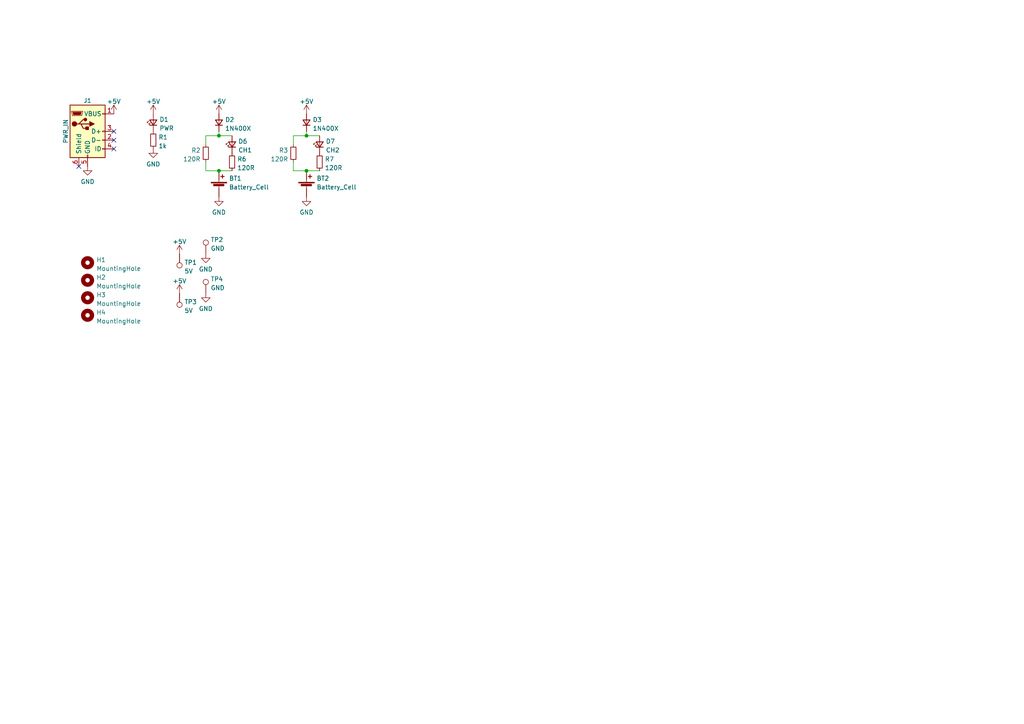
<source format=kicad_sch>
(kicad_sch (version 20211123) (generator eeschema)
  (paper "A4")
  (lib_symbols
    (symbol "Connector:TestPoint" (pin_numbers hide) (pin_names (offset 0.762) hide)
      (property "Reference" "TP" (at 0 6.858 0))
      (property "Value" "TestPoint" (at 0 5.08 0))
      (symbol "TestPoint_0_1"
        (circle (center 0 3.302) (radius 0.762))
      )
      (symbol "TestPoint_1_1"
        (pin passive line (at 0 0 90) (length 2.54) (name "1") (number "1"))
      )
    )
    (symbol "Connector:USB_B_Micro" (pin_names (offset 1.016))
      (property "Reference" "J" (at -5.08 11.43 0))
      (property "Value" "USB_B_Micro" (at -5.08 8.89 0))
      (symbol "USB_B_Micro_0_1"
        (rectangle (start -5.08 -7.62) (end 5.08 7.62) (stroke (width 0.254)) (fill (type background)))
        (circle (center -3.81 2.159) (radius 0.635) (stroke (width 0.254)) (fill (type outline)))
        (circle (center -0.635 3.429) (radius 0.381) (stroke (width 0.254)) (fill (type outline)))
        (rectangle (start -0.127 -7.62) (end 0.127 -6.858))
        (polyline (pts (xy -1.905 2.159) (xy 0.635 2.159)) (stroke (width 0.254)))
        (polyline (pts (xy -3.175 2.159) (xy -2.54 2.159) (xy -1.27 3.429) (xy -0.635 3.429)) (stroke (width 0.254)))
        (polyline (pts (xy -2.54 2.159) (xy -1.905 2.159) (xy -1.27 0.889) (xy 0 0.889)) (stroke (width 0.254)))
        (polyline (pts (xy 0.635 2.794) (xy 0.635 1.524) (xy 1.905 2.159) (xy 0.635 2.794)) (stroke (width 0.254)) (fill (type outline)))
        (polyline (pts (xy -4.318 5.588) (xy -1.778 5.588) (xy -2.032 4.826) (xy -4.064 4.826) (xy -4.318 5.588)) (fill (type outline)))
        (polyline (pts (xy -4.699 5.842) (xy -4.699 5.588) (xy -4.445 4.826) (xy -4.445 4.572) (xy -1.651 4.572) (xy -1.651 4.826) (xy -1.397 5.588) (xy -1.397 5.842) (xy -4.699 5.842)))
        (rectangle (start 0.254 1.27) (end -0.508 0.508) (stroke (width 0.254)) (fill (type outline)))
        (rectangle (start 5.08 -5.207) (end 4.318 -4.953))
        (rectangle (start 5.08 -2.667) (end 4.318 -2.413))
        (rectangle (start 5.08 -0.127) (end 4.318 0.127))
        (rectangle (start 5.08 4.953) (end 4.318 5.207))
      )
      (symbol "USB_B_Micro_1_1"
        (pin power_out line (at 7.62 5.08 180) (length 2.54) (name "VBUS") (number "1"))
        (pin bidirectional line (at 7.62 -2.54 180) (length 2.54) (name "D-") (number "2"))
        (pin bidirectional line (at 7.62 0 180) (length 2.54) (name "D+") (number "3"))
        (pin passive line (at 7.62 -5.08 180) (length 2.54) (name "ID") (number "4"))
        (pin power_out line (at 0 -10.16 90) (length 2.54) (name "GND") (number "5"))
        (pin passive line (at -2.54 -10.16 90) (length 2.54) (name "Shield") (number "6"))
      )
    )
    (symbol "Device:Battery_Cell" (pin_numbers hide) (pin_names (offset 0) hide)
      (property "Reference" "BT" (at 2.54 2.54 0))
      (property "Value" "Battery_Cell" (at 2.54 0 0))
      (symbol "Battery_Cell_0_1"
        (rectangle (start -2.286 1.778) (end 2.286 1.524) (fill (type outline)))
        (rectangle (start -1.5748 1.1938) (end 1.4732 0.6858) (fill (type outline)))
        (polyline (pts (xy 0 0.762) (xy 0 0)))
        (polyline (pts (xy 0 1.778) (xy 0 2.54)))
        (polyline (pts (xy 0.508 3.429) (xy 1.524 3.429)) (stroke (width 0.254)))
        (polyline (pts (xy 1.016 3.937) (xy 1.016 2.921)) (stroke (width 0.254)))
      )
      (symbol "Battery_Cell_1_1"
        (pin passive line (at 0 5.08 270) (length 2.54) (name "+") (number "1"))
        (pin passive line (at 0 -2.54 90) (length 2.54) (name "-") (number "2"))
      )
    )
    (symbol "Device:D_Small" (pin_numbers hide) (pin_names (offset 0.254) hide)
      (property "Reference" "D" (at -1.27 2.032 0))
      (property "Value" "D_Small" (at -3.81 -2.032 0))
      (symbol "D_Small_0_1"
        (polyline (pts (xy -0.762 -1.016) (xy -0.762 1.016)) (stroke (width 0.254)))
        (polyline (pts (xy -0.762 0) (xy 0.762 0)))
        (polyline (pts (xy 0.762 -1.016) (xy -0.762 0) (xy 0.762 1.016) (xy 0.762 -1.016)) (stroke (width 0.254)))
      )
      (symbol "D_Small_1_1"
        (pin passive line (at -2.54 0 0) (length 1.778) (name "K") (number "1"))
        (pin passive line (at 2.54 0 180) (length 1.778) (name "A") (number "2"))
      )
    )
    (symbol "Device:LED_Small" (pin_numbers hide) (pin_names (offset 0.254) hide)
      (property "Reference" "D" (at -1.27 3.175 0))
      (property "Value" "LED_Small" (at -4.445 -2.54 0))
      (symbol "LED_Small_0_1"
        (polyline (pts (xy -0.762 -1.016) (xy -0.762 1.016)) (stroke (width 0.254)))
        (polyline (pts (xy 1.016 0) (xy -0.762 0)))
        (polyline (pts (xy 0.762 -1.016) (xy -0.762 0) (xy 0.762 1.016) (xy 0.762 -1.016)) (stroke (width 0.254)))
        (polyline (pts (xy 0 0.762) (xy -0.508 1.27) (xy -0.254 1.27) (xy -0.508 1.27) (xy -0.508 1.016)))
        (polyline (pts (xy 0.508 1.27) (xy 0 1.778) (xy 0.254 1.778) (xy 0 1.778) (xy 0 1.524)))
      )
      (symbol "LED_Small_1_1"
        (pin passive line (at -2.54 0 0) (length 1.778) (name "K") (number "1"))
        (pin passive line (at 2.54 0 180) (length 1.778) (name "A") (number "2"))
      )
    )
    (symbol "Device:R_Small" (pin_numbers hide) (pin_names (offset 0.254) hide)
      (property "Reference" "R" (at 0.762 0.508 0))
      (property "Value" "R_Small" (at 0.762 -1.016 0))
      (symbol "R_Small_0_1"
        (rectangle (start -0.762 1.778) (end 0.762 -1.778) (stroke (width 0.2032)))
      )
      (symbol "R_Small_1_1"
        (pin passive line (at 0 2.54 270) (length 0.762) (name "~") (number "1"))
        (pin passive line (at 0 -2.54 90) (length 0.762) (name "~") (number "2"))
      )
    )
    (symbol "Mechanical:MountingHole" (pin_names (offset 1.016))
      (property "Reference" "H" (at 0 5.08 0))
      (property "Value" "MountingHole" (at 0 3.175 0))
      (symbol "MountingHole_0_1"
        (circle (center 0 0) (radius 1.27) (stroke (width 1.27)))
      )
    )
    (symbol "power:+5V" (power) (pin_names (offset 0))
      (property "Value" "+5V" (at 0 3.556 0))
      (symbol "+5V_0_1"
        (polyline (pts (xy -0.762 1.27) (xy 0 2.54)))
        (polyline (pts (xy 0 0) (xy 0 2.54)))
        (polyline (pts (xy 0 2.54) (xy 0.762 1.27)))
      )
      (symbol "+5V_1_1"
        (pin power_in line (at 0 0 90) (length 0) hide (name "+5V") (number "1"))
      )
    )
    (symbol "power:GND" (power) (pin_names (offset 0))
      (property "Value" "GND" (at 0 -3.81 0))
      (symbol "GND_0_1"
        (polyline (pts (xy 0 0) (xy 0 -1.27) (xy 1.27 -1.27) (xy 0 -2.54) (xy -1.27 -1.27) (xy 0 -1.27)))
      )
      (symbol "GND_1_1"
        (pin power_in line (at 0 0 270) (length 0) hide (name "GND") (number "1"))
      )
    )
  )
  (junction (at 63.5 39.37))
  (junction (at 88.9 39.37))
  (junction (at 63.5 49.53))
  (junction (at 88.9 49.53))
  (no_connect (at 22.86 48.26))
  (no_connect (at 33.02 38.1))
  (no_connect (at 33.02 40.64))
  (no_connect (at 33.02 43.18))
  (wire (pts (xy 67.31 49.53) (xy 63.5 49.53)))
  (wire (pts (xy 88.9 49.53) (xy 85.09 49.53)))
  (wire (pts (xy 92.71 49.53) (xy 88.9 49.53)))
  (wire (pts (xy 63.5 39.37) (xy 67.31 39.37)))
  (wire (pts (xy 63.5 49.53) (xy 59.69 49.53)))
  (wire (pts (xy 59.69 41.91) (xy 59.69 39.37)))
  (wire (pts (xy 63.5 38.1) (xy 63.5 39.37)))
  (wire (pts (xy 88.9 39.37) (xy 92.71 39.37)))
  (wire (pts (xy 88.9 38.1) (xy 88.9 39.37)))
  (wire (pts (xy 85.09 49.53) (xy 85.09 46.99)))
  (wire (pts (xy 59.69 39.37) (xy 63.5 39.37)))
  (wire (pts (xy 59.69 49.53) (xy 59.69 46.99)))
  (wire (pts (xy 85.09 39.37) (xy 88.9 39.37)))
  (wire (pts (xy 85.09 41.91) (xy 85.09 39.37)))
  (symbol (lib_id "power:GND") (at 44.45 43.18 0) (unit 1)
    (property "Reference" "#PWR07" (effects hide))
    (property "Value" "GND" (at 44.45 47.6234 0))
  )
  (symbol (lib_id "power:+5V") (at 63.5 33.02 0) (unit 1)
    (property "Reference" "#PWR03" (effects hide))
    (property "Value" "+5V" (at 63.5 29.4442 0))
  )
  (symbol (lib_id "Device:Battery_Cell") (at 63.5 54.61 0) (unit 1)
    (property "Reference" "BT1" (at 66.421 51.7433 0) (effects (justify left)))
    (property "Value" "Battery_Cell" (at 66.421 54.2802 0) (effects (justify left)))
    (property "Footprint" "nimh-charger:BatteryHolder_Keystone_2460_1xAA" (effects hide))
    (property "LCSC" "-" (effects hide))
  )
  (symbol (lib_id "power:+5V") (at 52.07 85.09 0) (unit 1)
    (property "Reference" "#PWR0102" (effects hide))
    (property "Value" "+5V" (at 52.07 81.5142 0))
  )
  (symbol (lib_id "power:GND") (at 59.69 85.09 0) (unit 1)
    (property "Reference" "#PWR0101" (effects hide))
    (property "Value" "GND" (at 59.69 89.5334 0))
  )
  (symbol (lib_id "Device:R_Small") (at 85.09 44.45 0) (mirror x) (unit 1)
    (property "Reference" "R3" (at 83.5914 43.6153 0) (effects (justify right)))
    (property "Value" "120R" (at 83.5914 46.1522 0) (effects (justify right)))
    (property "Footprint" "Resistor_SMD:R_0805_2012Metric" (effects hide))
  )
  (symbol (lib_id "Device:D_Small") (at 88.9 35.56 90) (unit 1)
    (property "Reference" "D3" (at 90.678 34.7253 90) (effects (justify right)))
    (property "Value" "1N400X" (at 90.678 37.2622 90) (effects (justify right)))
    (property "Footprint" "Diode_SMD:D_SMA" (effects hide))
    (property "LCSC" "C2892325" (effects hide))
  )
  (symbol (lib_id "Mechanical:MountingHole") (at 25.4 91.44 0) (unit 1)
    (property "Reference" "H4" (at 27.94 90.6053 0) (effects (justify left)))
    (property "Value" "MountingHole" (at 27.94 93.1422 0) (effects (justify left)))
    (property "Footprint" "MountingHole:MountingHole_3.2mm_M3_DIN965" (effects hide))
    (property "LCSC" "-" (effects hide))
  )
  (symbol (lib_id "Connector:TestPoint") (at 52.07 85.09 180) (unit 1)
    (property "Reference" "TP3" (at 53.467 87.5573 0) (effects (justify right)))
    (property "Value" "5V" (at 53.467 90.0942 0) (effects (justify right)))
    (property "Footprint" "TestPoint:TestPoint_Pad_2.5x2.5mm" (effects hide))
    (property "LCSC" "-" (effects hide))
  )
  (symbol (lib_id "power:GND") (at 59.69 73.66 0) (unit 1)
    (property "Reference" "#PWR014" (effects hide))
    (property "Value" "GND" (at 59.69 78.1034 0))
  )
  (symbol (lib_id "Connector:TestPoint") (at 59.69 85.09 0) (unit 1)
    (property "Reference" "TP4" (at 61.087 80.9533 0) (effects (justify left)))
    (property "Value" "GND" (at 61.087 83.4902 0) (effects (justify left)))
    (property "Footprint" "TestPoint:TestPoint_Pad_2.5x2.5mm" (effects hide))
    (property "LCSC" "-" (effects hide))
  )
  (symbol (lib_id "Device:R_Small") (at 67.31 46.99 0) (unit 1)
    (property "Reference" "R6" (at 68.8086 46.1553 0) (effects (justify left)))
    (property "Value" "120R" (at 68.8086 48.6922 0) (effects (justify left)))
    (property "Footprint" "Resistor_SMD:R_0805_2012Metric" (effects hide))
  )
  (symbol (lib_id "Device:D_Small") (at 63.5 35.56 90) (unit 1)
    (property "Reference" "D2" (at 65.278 34.7253 90) (effects (justify right)))
    (property "Value" "1N400X" (at 65.278 37.2622 90) (effects (justify right)))
    (property "Footprint" "Diode_SMD:D_SMA" (effects hide))
    (property "LCSC" "C2892325" (effects hide))
  )
  (symbol (lib_id "power:+5V") (at 88.9 33.02 0) (unit 1)
    (property "Reference" "#PWR04" (effects hide))
    (property "Value" "+5V" (at 88.9 29.4442 0))
  )
  (symbol (lib_id "Device:Battery_Cell") (at 88.9 54.61 0) (unit 1)
    (property "Reference" "BT2" (at 91.821 51.7433 0) (effects (justify left)))
    (property "Value" "Battery_Cell" (at 91.821 54.2802 0) (effects (justify left)))
    (property "Footprint" "nimh-charger:BatteryHolder_Keystone_2460_1xAA" (effects hide))
    (property "LCSC" "-" (effects hide))
  )
  (symbol (lib_id "Mechanical:MountingHole") (at 25.4 81.28 0) (unit 1)
    (property "Reference" "H2" (at 27.94 80.4453 0) (effects (justify left)))
    (property "Value" "MountingHole" (at 27.94 82.9822 0) (effects (justify left)))
    (property "Footprint" "MountingHole:MountingHole_3.2mm_M3_DIN965" (effects hide))
    (property "LCSC" "-" (effects hide))
  )
  (symbol (lib_id "Mechanical:MountingHole") (at 25.4 76.2 0) (unit 1)
    (property "Reference" "H1" (at 27.94 75.3653 0) (effects (justify left)))
    (property "Value" "MountingHole" (at 27.94 77.9022 0) (effects (justify left)))
    (property "Footprint" "MountingHole:MountingHole_3.2mm_M3_DIN965" (effects hide))
    (property "LCSC" "-" (effects hide))
  )
  (symbol (lib_id "Connector:TestPoint") (at 59.69 73.66 0) (unit 1)
    (property "Reference" "TP2" (at 61.087 69.5233 0) (effects (justify left)))
    (property "Value" "GND" (at 61.087 72.0602 0) (effects (justify left)))
    (property "Footprint" "TestPoint:TestPoint_Pad_2.5x2.5mm" (effects hide))
    (property "LCSC" "-" (effects hide))
  )
  (symbol (lib_id "Device:R_Small") (at 59.69 44.45 0) (mirror x) (unit 1)
    (property "Reference" "R2" (at 58.1914 43.6153 0) (effects (justify right)))
    (property "Value" "120R" (at 58.1914 46.1522 0) (effects (justify right)))
    (property "Footprint" "Resistor_SMD:R_0805_2012Metric" (effects hide))
  )
  (symbol (lib_id "Device:LED_Small") (at 67.31 41.91 90) (unit 1)
    (property "Reference" "D6" (at 69.088 41.0118 90) (effects (justify right)))
    (property "Value" "CH1" (at 69.088 43.5487 90) (effects (justify right)))
    (property "Footprint" "LED_SMD:LED_0805_2012Metric" (effects hide))
    (property "LCSC" "C965812" (effects hide))
  )
  (symbol (lib_id "power:GND") (at 88.9 57.15 0) (unit 1)
    (property "Reference" "#PWR010" (effects hide))
    (property "Value" "GND" (at 88.9 61.5934 0))
  )
  (symbol (lib_id "power:GND") (at 25.4 48.26 0) (unit 1)
    (property "Reference" "#PWR08" (effects hide))
    (property "Value" "GND" (at 25.4 52.7034 0))
  )
  (symbol (lib_id "power:+5V") (at 33.02 33.02 0) (unit 1)
    (property "Reference" "#PWR01" (effects hide))
    (property "Value" "+5V" (at 33.02 29.4442 0))
  )
  (symbol (lib_id "Connector:TestPoint") (at 52.07 73.66 180) (unit 1)
    (property "Reference" "TP1" (at 53.467 76.1273 0) (effects (justify right)))
    (property "Value" "5V" (at 53.467 78.6642 0) (effects (justify right)))
    (property "Footprint" "TestPoint:TestPoint_Pad_2.5x2.5mm" (effects hide))
    (property "LCSC" "-" (effects hide))
  )
  (symbol (lib_id "power:GND") (at 63.5 57.15 0) (unit 1)
    (property "Reference" "#PWR09" (effects hide))
    (property "Value" "GND" (at 63.5 61.5934 0))
  )
  (symbol (lib_id "Mechanical:MountingHole") (at 25.4 86.36 0) (unit 1)
    (property "Reference" "H3" (at 27.94 85.5253 0) (effects (justify left)))
    (property "Value" "MountingHole" (at 27.94 88.0622 0) (effects (justify left)))
    (property "Footprint" "MountingHole:MountingHole_3.2mm_M3_DIN965" (effects hide))
    (property "LCSC" "-" (effects hide))
  )
  (symbol (lib_id "Connector:USB_B_Micro") (at 25.4 38.1 0) (unit 1)
    (property "Reference" "J1" (at 25.4 29.21 0))
    (property "Value" "PWR_IN" (at 19.05 38.1 90))
    (property "Footprint" "Connector_USB:USB_Micro-B_Molex-105017-0001" (effects hide))
    (property "LCSC" "C136000" (effects hide))
  )
  (symbol (lib_id "Device:LED_Small") (at 92.71 41.91 90) (unit 1)
    (property "Reference" "D7" (at 94.488 41.0118 90) (effects (justify right)))
    (property "Value" "CH2" (at 94.488 43.5487 90) (effects (justify right)))
    (property "Footprint" "LED_SMD:LED_0805_2012Metric" (effects hide))
    (property "LCSC" "C965812" (effects hide))
  )
  (symbol (lib_id "Device:R_Small") (at 44.45 40.64 0) (unit 1)
    (property "Reference" "R1" (at 45.9486 39.8053 0) (effects (justify left)))
    (property "Value" "1k" (at 45.9486 42.3422 0) (effects (justify left)))
    (property "Footprint" "Resistor_SMD:R_0805_2012Metric" (effects hide))
  )
  (symbol (lib_id "power:+5V") (at 52.07 73.66 0) (unit 1)
    (property "Reference" "#PWR013" (effects hide))
    (property "Value" "+5V" (at 52.07 70.0842 0))
  )
  (symbol (lib_id "power:+5V") (at 44.45 33.02 0) (unit 1)
    (property "Reference" "#PWR02" (effects hide))
    (property "Value" "+5V" (at 44.45 29.4442 0))
  )
  (symbol (lib_id "Device:LED_Small") (at 44.45 35.56 90) (unit 1)
    (property "Reference" "D1" (at 46.228 34.6618 90) (effects (justify right)))
    (property "Value" "PWR" (at 46.228 37.1987 90) (effects (justify right)))
    (property "Footprint" "LED_SMD:LED_0805_2012Metric" (effects hide))
    (property "LCSC" "C965812" (effects hide))
  )
  (symbol (lib_id "Device:R_Small") (at 92.71 46.99 0) (unit 1)
    (property "Reference" "R7" (at 94.2086 46.1553 0) (effects (justify left)))
    (property "Value" "120R" (at 94.2086 48.6922 0) (effects (justify left)))
    (property "Footprint" "Resistor_SMD:R_0805_2012Metric" (effects hide))
  )
)
</source>
